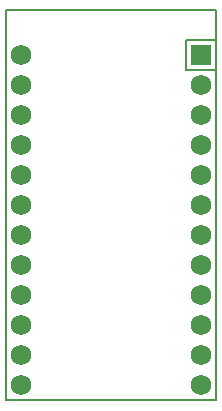
<source format=gbr>
%TF.GenerationSoftware,KiCad,Pcbnew,8.0.1*%
%TF.CreationDate,2024-11-14T23:06:04-08:00*%
%TF.ProjectId,roo_right_autorouted,726f6f5f-7269-4676-9874-5f6175746f72,0.1.0*%
%TF.SameCoordinates,Original*%
%TF.FileFunction,Legend,Top*%
%TF.FilePolarity,Positive*%
%FSLAX46Y46*%
G04 Gerber Fmt 4.6, Leading zero omitted, Abs format (unit mm)*
G04 Created by KiCad (PCBNEW 8.0.1) date 2024-11-14 23:06:04*
%MOMM*%
%LPD*%
G01*
G04 APERTURE LIST*
%ADD10C,0.150000*%
%ADD11C,1.752600*%
%ADD12R,1.752600X1.752600*%
G04 APERTURE END LIST*
D10*
%TO.C,MCU1*%
X180935800Y-128135800D02*
X183475800Y-128135800D01*
X180935800Y-125595800D02*
X183475800Y-125595800D01*
X180935800Y-125595800D02*
X180935800Y-128135800D01*
X183475800Y-123055800D02*
X165695800Y-123055800D01*
X183475800Y-156075800D02*
X183475800Y-123055800D01*
X165695800Y-156075800D02*
X183475800Y-156075800D01*
X165695800Y-123055800D02*
X165695800Y-156075800D01*
%TD*%
D11*
%TO.C,MCU1*%
X166965800Y-154805800D03*
X166965800Y-152265800D03*
X166965800Y-149725800D03*
X166965800Y-147185800D03*
X166965800Y-144645800D03*
X166965800Y-142105800D03*
X166965800Y-139565800D03*
X166965800Y-137025800D03*
X166965800Y-134485800D03*
X166965800Y-131945800D03*
X166965800Y-129405800D03*
X166965800Y-126865800D03*
X182205800Y-154805800D03*
X182205800Y-152265800D03*
X182205800Y-149725800D03*
X182205800Y-147185800D03*
X182205800Y-144645800D03*
X182205800Y-142105800D03*
X182205800Y-139565800D03*
X182205800Y-137025800D03*
X182205800Y-134485800D03*
X182205800Y-131945800D03*
X182205800Y-129405800D03*
D12*
X182205800Y-126865800D03*
%TD*%
M02*

</source>
